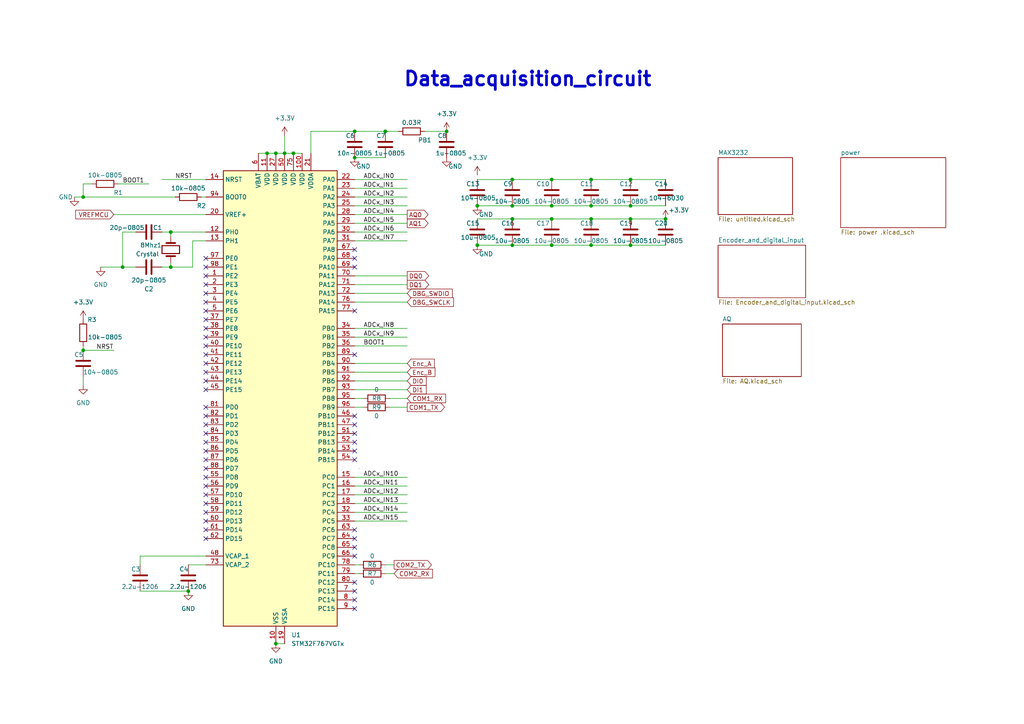
<source format=kicad_sch>
(kicad_sch (version 20230121) (generator eeschema)
  (paper "A4")
  (lib_symbols
    (symbol "Device:C" (pin_numbers hide) (pin_names (offset 0.254))
      (property "Reference" "C" (at 0.635 2.54 0))
      (property "Value" "C" (at 0.635 -2.54 0))
      (symbol "C_0_1"
        (polyline (pts (xy -2.032 -0.762) (xy 2.032 -0.762)) (stroke (width 0.508)))
        (polyline (pts (xy -2.032 0.762) (xy 2.032 0.762)) (stroke (width 0.508)))
      )
      (symbol "C_1_1"
        (pin passive line (at 0 3.81 270) (length 2.794) (name "~") (number "1"))
        (pin passive line (at 0 -3.81 90) (length 2.794) (name "~") (number "2"))
      )
    )
    (symbol "Device:Crystal" (pin_numbers hide) (pin_names (offset 1.016) hide)
      (property "Reference" "Y" (at 0 3.81 0))
      (property "Value" "Crystal" (at 0 -3.81 0))
      (symbol "Crystal_0_1"
        (rectangle (start -1.143 2.54) (end 1.143 -2.54) (stroke (width 0.3048)))
        (polyline (pts (xy -2.54 0) (xy -1.905 0)))
        (polyline (pts (xy -1.905 -1.27) (xy -1.905 1.27)) (stroke (width 0.508)))
        (polyline (pts (xy 1.905 -1.27) (xy 1.905 1.27)) (stroke (width 0.508)))
        (polyline (pts (xy 2.54 0) (xy 1.905 0)))
      )
      (symbol "Crystal_1_1"
        (pin passive line (at -3.81 0 0) (length 1.27) (name "1") (number "1"))
        (pin passive line (at 3.81 0 180) (length 1.27) (name "2") (number "2"))
      )
    )
    (symbol "Device:R" (pin_numbers hide) (pin_names (offset 0))
      (property "Reference" "R" (at 2.032 0 90))
      (property "Value" "R" (at 0 0 90))
      (symbol "R_0_1"
        (rectangle (start -1.016 -2.54) (end 1.016 2.54) (stroke (width 0.254)))
      )
      (symbol "R_1_1"
        (pin passive line (at 0 3.81 270) (length 1.27) (name "~") (number "1"))
        (pin passive line (at 0 -3.81 90) (length 1.27) (name "~") (number "2"))
      )
    )
    (symbol "MCU_ST_STM32F7:STM32F767VGTx"
      (property "Reference" "U" (at -15.24 67.31 0))
      (property "Value" "STM32F767VGTx" (at 12.7 67.31 0))
      (symbol "STM32F767VGTx_0_1"
        (rectangle (start -15.24 -66.04) (end 17.78 66.04) (stroke (width 0.254)) (fill (type background)))
      )
      (symbol "STM32F767VGTx_1_1"
        (pin bidirectional line (at -20.32 35.56 0) (length 5.08) (name "PE2") (number "1"))
        (pin power_in line (at 0 -71.12 90) (length 5.08) (name "VSS") (number "10"))
        (pin power_in line (at 7.62 71.12 270) (length 5.08) (name "VDD") (number "100"))
        (pin power_in line (at -2.54 71.12 270) (length 5.08) (name "VDD") (number "11"))
        (pin bidirectional line (at -20.32 48.26 0) (length 5.08) (name "PH0") (number "12"))
        (pin bidirectional line (at -20.32 45.72 0) (length 5.08) (name "PH1") (number "13"))
        (pin input line (at -20.32 63.5 0) (length 5.08) (name "NRST") (number "14"))
        (pin bidirectional line (at 22.86 -22.86 180) (length 5.08) (name "PC0") (number "15"))
        (pin bidirectional line (at 22.86 -25.4 180) (length 5.08) (name "PC1") (number "16"))
        (pin bidirectional line (at 22.86 -27.94 180) (length 5.08) (name "PC2") (number "17"))
        (pin bidirectional line (at 22.86 -30.48 180) (length 5.08) (name "PC3") (number "18"))
        (pin power_in line (at 2.54 -71.12 90) (length 5.08) (name "VSSA") (number "19"))
        (pin bidirectional line (at -20.32 33.02 0) (length 5.08) (name "PE3") (number "2"))
        (pin input line (at -20.32 53.34 0) (length 5.08) (name "VREF+") (number "20"))
        (pin power_in line (at 10.16 71.12 270) (length 5.08) (name "VDDA") (number "21"))
        (pin bidirectional line (at 22.86 63.5 180) (length 5.08) (name "PA0") (number "22"))
        (pin bidirectional line (at 22.86 60.96 180) (length 5.08) (name "PA1") (number "23"))
        (pin bidirectional line (at 22.86 58.42 180) (length 5.08) (name "PA2") (number "24"))
        (pin bidirectional line (at 22.86 55.88 180) (length 5.08) (name "PA3") (number "25"))
        (pin passive line (at 0 -71.12 90) (length 5.08) hide (name "VSS") (number "26"))
        (pin power_in line (at 0 71.12 270) (length 5.08) (name "VDD") (number "27"))
        (pin bidirectional line (at 22.86 53.34 180) (length 5.08) (name "PA4") (number "28"))
        (pin bidirectional line (at 22.86 50.8 180) (length 5.08) (name "PA5") (number "29"))
        (pin bidirectional line (at -20.32 30.48 0) (length 5.08) (name "PE4") (number "3"))
        (pin bidirectional line (at 22.86 48.26 180) (length 5.08) (name "PA6") (number "30"))
        (pin bidirectional line (at 22.86 45.72 180) (length 5.08) (name "PA7") (number "31"))
        (pin bidirectional line (at 22.86 -33.02 180) (length 5.08) (name "PC4") (number "32"))
        (pin bidirectional line (at 22.86 -35.56 180) (length 5.08) (name "PC5") (number "33"))
        (pin bidirectional line (at 22.86 20.32 180) (length 5.08) (name "PB0") (number "34"))
        (pin bidirectional line (at 22.86 17.78 180) (length 5.08) (name "PB1") (number "35"))
        (pin bidirectional line (at 22.86 15.24 180) (length 5.08) (name "PB2") (number "36"))
        (pin bidirectional line (at -20.32 22.86 0) (length 5.08) (name "PE7") (number "37"))
        (pin bidirectional line (at -20.32 20.32 0) (length 5.08) (name "PE8") (number "38"))
        (pin bidirectional line (at -20.32 17.78 0) (length 5.08) (name "PE9") (number "39"))
        (pin bidirectional line (at -20.32 27.94 0) (length 5.08) (name "PE5") (number "4"))
        (pin bidirectional line (at -20.32 15.24 0) (length 5.08) (name "PE10") (number "40"))
        (pin bidirectional line (at -20.32 12.7 0) (length 5.08) (name "PE11") (number "41"))
        (pin bidirectional line (at -20.32 10.16 0) (length 5.08) (name "PE12") (number "42"))
        (pin bidirectional line (at -20.32 7.62 0) (length 5.08) (name "PE13") (number "43"))
        (pin bidirectional line (at -20.32 5.08 0) (length 5.08) (name "PE14") (number "44"))
        (pin bidirectional line (at -20.32 2.54 0) (length 5.08) (name "PE15") (number "45"))
        (pin bidirectional line (at 22.86 -5.08 180) (length 5.08) (name "PB10") (number "46"))
        (pin bidirectional line (at 22.86 -7.62 180) (length 5.08) (name "PB11") (number "47"))
        (pin power_out line (at -20.32 -45.72 0) (length 5.08) (name "VCAP_1") (number "48"))
        (pin passive line (at 0 -71.12 90) (length 5.08) hide (name "VSS") (number "49"))
        (pin bidirectional line (at -20.32 25.4 0) (length 5.08) (name "PE6") (number "5"))
        (pin power_in line (at 2.54 71.12 270) (length 5.08) (name "VDD") (number "50"))
        (pin bidirectional line (at 22.86 -10.16 180) (length 5.08) (name "PB12") (number "51"))
        (pin bidirectional line (at 22.86 -12.7 180) (length 5.08) (name "PB13") (number "52"))
        (pin bidirectional line (at 22.86 -15.24 180) (length 5.08) (name "PB14") (number "53"))
        (pin bidirectional line (at 22.86 -17.78 180) (length 5.08) (name "PB15") (number "54"))
        (pin bidirectional line (at -20.32 -22.86 0) (length 5.08) (name "PD8") (number "55"))
        (pin bidirectional line (at -20.32 -25.4 0) (length 5.08) (name "PD9") (number "56"))
        (pin bidirectional line (at -20.32 -27.94 0) (length 5.08) (name "PD10") (number "57"))
        (pin bidirectional line (at -20.32 -30.48 0) (length 5.08) (name "PD11") (number "58"))
        (pin bidirectional line (at -20.32 -33.02 0) (length 5.08) (name "PD12") (number "59"))
        (pin power_in line (at -5.08 71.12 270) (length 5.08) (name "VBAT") (number "6"))
        (pin bidirectional line (at -20.32 -35.56 0) (length 5.08) (name "PD13") (number "60"))
        (pin bidirectional line (at -20.32 -38.1 0) (length 5.08) (name "PD14") (number "61"))
        (pin bidirectional line (at -20.32 -40.64 0) (length 5.08) (name "PD15") (number "62"))
        (pin bidirectional line (at 22.86 -38.1 180) (length 5.08) (name "PC6") (number "63"))
        (pin bidirectional line (at 22.86 -40.64 180) (length 5.08) (name "PC7") (number "64"))
        (pin bidirectional line (at 22.86 -43.18 180) (length 5.08) (name "PC8") (number "65"))
        (pin bidirectional line (at 22.86 -45.72 180) (length 5.08) (name "PC9") (number "66"))
        (pin bidirectional line (at 22.86 43.18 180) (length 5.08) (name "PA8") (number "67"))
        (pin bidirectional line (at 22.86 40.64 180) (length 5.08) (name "PA9") (number "68"))
        (pin bidirectional line (at 22.86 38.1 180) (length 5.08) (name "PA10") (number "69"))
        (pin bidirectional line (at 22.86 -55.88 180) (length 5.08) (name "PC13") (number "7"))
        (pin bidirectional line (at 22.86 35.56 180) (length 5.08) (name "PA11") (number "70"))
        (pin bidirectional line (at 22.86 33.02 180) (length 5.08) (name "PA12") (number "71"))
        (pin bidirectional line (at 22.86 30.48 180) (length 5.08) (name "PA13") (number "72"))
        (pin power_out line (at -20.32 -48.26 0) (length 5.08) (name "VCAP_2") (number "73"))
        (pin passive line (at 0 -71.12 90) (length 5.08) hide (name "VSS") (number "74"))
        (pin power_in line (at 5.08 71.12 270) (length 5.08) (name "VDD") (number "75"))
        (pin bidirectional line (at 22.86 27.94 180) (length 5.08) (name "PA14") (number "76"))
        (pin bidirectional line (at 22.86 25.4 180) (length 5.08) (name "PA15") (number "77"))
        (pin bidirectional line (at 22.86 -48.26 180) (length 5.08) (name "PC10") (number "78"))
        (pin bidirectional line (at 22.86 -50.8 180) (length 5.08) (name "PC11") (number "79"))
        (pin bidirectional line (at 22.86 -58.42 180) (length 5.08) (name "PC14") (number "8"))
        (pin bidirectional line (at 22.86 -53.34 180) (length 5.08) (name "PC12") (number "80"))
        (pin bidirectional line (at -20.32 -2.54 0) (length 5.08) (name "PD0") (number "81"))
        (pin bidirectional line (at -20.32 -5.08 0) (length 5.08) (name "PD1") (number "82"))
        (pin bidirectional line (at -20.32 -7.62 0) (length 5.08) (name "PD2") (number "83"))
        (pin bidirectional line (at -20.32 -10.16 0) (length 5.08) (name "PD3") (number "84"))
        (pin bidirectional line (at -20.32 -12.7 0) (length 5.08) (name "PD4") (number "85"))
        (pin bidirectional line (at -20.32 -15.24 0) (length 5.08) (name "PD5") (number "86"))
        (pin bidirectional line (at -20.32 -17.78 0) (length 5.08) (name "PD6") (number "87"))
        (pin bidirectional line (at -20.32 -20.32 0) (length 5.08) (name "PD7") (number "88"))
        (pin bidirectional line (at 22.86 12.7 180) (length 5.08) (name "PB3") (number "89"))
        (pin bidirectional line (at 22.86 -60.96 180) (length 5.08) (name "PC15") (number "9"))
        (pin bidirectional line (at 22.86 10.16 180) (length 5.08) (name "PB4") (number "90"))
        (pin bidirectional line (at 22.86 7.62 180) (length 5.08) (name "PB5") (number "91"))
        (pin bidirectional line (at 22.86 5.08 180) (length 5.08) (name "PB6") (number "92"))
        (pin bidirectional line (at 22.86 2.54 180) (length 5.08) (name "PB7") (number "93"))
        (pin input line (at -20.32 58.42 0) (length 5.08) (name "BOOT0") (number "94"))
        (pin bidirectional line (at 22.86 0 180) (length 5.08) (name "PB8") (number "95"))
        (pin bidirectional line (at 22.86 -2.54 180) (length 5.08) (name "PB9") (number "96"))
        (pin bidirectional line (at -20.32 40.64 0) (length 5.08) (name "PE0") (number "97"))
        (pin bidirectional line (at -20.32 38.1 0) (length 5.08) (name "PE1") (number "98"))
        (pin passive line (at 0 -71.12 90) (length 5.08) hide (name "VSS") (number "99"))
      )
    )
    (symbol "power:+3.3V" (power) (pin_names (offset 0))
      (property "Value" "+3.3V" (at 0 3.556 0))
      (symbol "+3.3V_0_1"
        (polyline (pts (xy -0.762 1.27) (xy 0 2.54)))
        (polyline (pts (xy 0 0) (xy 0 2.54)))
        (polyline (pts (xy 0 2.54) (xy 0.762 1.27)))
      )
      (symbol "+3.3V_1_1"
        (pin power_in line (at 0 0 90) (length 0) hide (name "+3.3V") (number "1"))
      )
    )
    (symbol "power:GND" (power) (pin_names (offset 0))
      (property "Value" "GND" (at 0 -3.81 0))
      (symbol "GND_0_1"
        (polyline (pts (xy 0 0) (xy 0 -1.27) (xy 1.27 -1.27) (xy 0 -2.54) (xy -1.27 -1.27) (xy 0 -1.27)))
      )
      (symbol "GND_1_1"
        (pin power_in line (at 0 0 270) (length 0) hide (name "GND") (number "1"))
      )
    )
  )
  (junction (at 35.56 77.47))
  (junction (at 111.76 38.1))
  (junction (at 182.88 59.69))
  (junction (at 148.59 59.69))
  (junction (at 182.88 63.5))
  (junction (at 148.59 63.5))
  (junction (at 82.55 44.45))
  (junction (at 77.47 44.45))
  (junction (at 182.88 52.07))
  (junction (at 148.59 71.12))
  (junction (at 102.87 38.1))
  (junction (at 80.01 186.69))
  (junction (at 171.45 71.12))
  (junction (at 54.61 171.45))
  (junction (at 138.43 59.69))
  (junction (at 138.43 71.12))
  (junction (at 160.02 71.12))
  (junction (at 49.53 67.31))
  (junction (at 160.02 59.69))
  (junction (at 193.04 63.5))
  (junction (at 171.45 52.07))
  (junction (at 24.13 57.15))
  (junction (at 24.13 101.6))
  (junction (at 129.54 38.1))
  (junction (at 171.45 63.5))
  (junction (at 102.87 45.72))
  (junction (at 85.09 44.45))
  (junction (at 160.02 52.07))
  (junction (at 160.02 63.5))
  (junction (at 148.59 52.07))
  (junction (at 171.45 59.69))
  (junction (at 182.88 71.12))
  (junction (at 49.53 77.47))
  (junction (at 80.01 44.45))
  (no_connect (at 59.69 123.19))
  (no_connect (at 102.87 77.47))
  (no_connect (at 59.69 133.35))
  (no_connect (at 102.87 171.45))
  (no_connect (at 102.87 72.39))
  (no_connect (at 59.69 153.67))
  (no_connect (at 59.69 80.01))
  (no_connect (at 59.69 92.71))
  (no_connect (at 59.69 151.13))
  (no_connect (at 102.87 168.91))
  (no_connect (at 102.87 161.29))
  (no_connect (at 59.69 87.63))
  (no_connect (at 59.69 143.51))
  (no_connect (at 102.87 130.81))
  (no_connect (at 59.69 110.49))
  (no_connect (at 102.87 90.17))
  (no_connect (at 59.69 118.11))
  (no_connect (at 59.69 148.59))
  (no_connect (at 102.87 176.53))
  (no_connect (at 102.87 125.73))
  (no_connect (at 59.69 74.93))
  (no_connect (at 102.87 173.99))
  (no_connect (at 59.69 146.05))
  (no_connect (at 59.69 120.65))
  (no_connect (at 59.69 138.43))
  (no_connect (at 59.69 130.81))
  (no_connect (at 59.69 97.79))
  (no_connect (at 59.69 113.03))
  (no_connect (at 102.87 128.27))
  (no_connect (at 59.69 100.33))
  (no_connect (at 59.69 140.97))
  (no_connect (at 59.69 125.73))
  (no_connect (at 59.69 77.47))
  (no_connect (at 102.87 158.75))
  (no_connect (at 59.69 107.95))
  (no_connect (at 59.69 128.27))
  (no_connect (at 102.87 123.19))
  (no_connect (at 59.69 105.41))
  (no_connect (at 59.69 85.09))
  (no_connect (at 59.69 156.21))
  (no_connect (at 102.87 102.87))
  (no_connect (at 59.69 82.55))
  (no_connect (at 102.87 74.93))
  (no_connect (at 59.69 90.17))
  (no_connect (at 102.87 120.65))
  (no_connect (at 102.87 156.21))
  (no_connect (at 59.69 135.89))
  (no_connect (at 102.87 133.35))
  (no_connect (at 102.87 153.67))
  (no_connect (at 59.69 95.25))
  (no_connect (at 59.69 102.87))
  (wire (pts (xy 80.01 186.69) (xy 82.55 186.69)))
  (wire (pts (xy 102.87 138.43) (xy 118.11 138.43)))
  (wire (pts (xy 182.88 59.69) (xy 193.04 59.69)))
  (wire (pts (xy 102.87 100.33) (xy 118.11 100.33)))
  (wire (pts (xy 33.02 62.23) (xy 59.69 62.23)))
  (wire (pts (xy 24.13 101.6) (xy 33.02 101.6)))
  (wire (pts (xy 46.99 67.31) (xy 49.53 67.31)))
  (wire (pts (xy 24.13 111.76) (xy 24.13 109.22)))
  (wire (pts (xy 90.17 38.1) (xy 102.87 38.1)))
  (wire (pts (xy 102.87 54.61) (xy 118.11 54.61)))
  (wire (pts (xy 21.59 57.15) (xy 24.13 57.15)))
  (wire (pts (xy 148.59 52.07) (xy 160.02 52.07)))
  (wire (pts (xy 102.87 97.79) (xy 118.11 97.79)))
  (wire (pts (xy 102.87 146.05) (xy 118.11 146.05)))
  (wire (pts (xy 160.02 52.07) (xy 171.45 52.07)))
  (wire (pts (xy 35.56 67.31) (xy 35.56 77.47)))
  (wire (pts (xy 111.76 163.83) (xy 114.3 163.83)))
  (wire (pts (xy 102.87 87.63) (xy 118.11 87.63)))
  (wire (pts (xy 54.61 171.45) (xy 54.61 172.72)))
  (wire (pts (xy 102.87 85.09) (xy 118.11 85.09)))
  (wire (pts (xy 80.01 44.45) (xy 82.55 44.45)))
  (wire (pts (xy 49.53 76.2) (xy 49.53 77.47)))
  (wire (pts (xy 138.43 63.5) (xy 148.59 63.5)))
  (wire (pts (xy 111.76 38.1) (xy 115.57 38.1)))
  (wire (pts (xy 40.64 161.29) (xy 40.64 163.83)))
  (wire (pts (xy 102.87 57.15) (xy 118.11 57.15)))
  (wire (pts (xy 49.53 67.31) (xy 59.69 67.31)))
  (wire (pts (xy 102.87 82.55) (xy 118.11 82.55)))
  (wire (pts (xy 77.47 44.45) (xy 80.01 44.45)))
  (wire (pts (xy 102.87 107.95) (xy 118.11 107.95)))
  (wire (pts (xy 182.88 63.5) (xy 193.04 63.5)))
  (wire (pts (xy 39.37 67.31) (xy 35.56 67.31)))
  (wire (pts (xy 24.13 100.33) (xy 24.13 101.6)))
  (wire (pts (xy 102.87 62.23) (xy 118.11 62.23)))
  (wire (pts (xy 55.88 69.85) (xy 55.88 77.47)))
  (wire (pts (xy 46.99 77.47) (xy 49.53 77.47)))
  (wire (pts (xy 160.02 71.12) (xy 171.45 71.12)))
  (wire (pts (xy 29.21 77.47) (xy 35.56 77.47)))
  (wire (pts (xy 113.03 115.57) (xy 118.11 115.57)))
  (wire (pts (xy 102.87 143.51) (xy 118.11 143.51)))
  (wire (pts (xy 34.29 53.34) (xy 43.18 53.34)))
  (wire (pts (xy 102.87 151.13) (xy 118.11 151.13)))
  (wire (pts (xy 54.61 163.83) (xy 59.69 163.83)))
  (wire (pts (xy 138.43 52.07) (xy 148.59 52.07)))
  (wire (pts (xy 171.45 71.12) (xy 182.88 71.12)))
  (wire (pts (xy 24.13 53.34) (xy 26.67 53.34)))
  (wire (pts (xy 102.87 166.37) (xy 104.14 166.37)))
  (wire (pts (xy 148.59 59.69) (xy 160.02 59.69)))
  (wire (pts (xy 171.45 52.07) (xy 182.88 52.07)))
  (wire (pts (xy 85.09 44.45) (xy 87.63 44.45)))
  (wire (pts (xy 82.55 44.45) (xy 85.09 44.45)))
  (wire (pts (xy 102.87 163.83) (xy 104.14 163.83)))
  (wire (pts (xy 49.53 67.31) (xy 49.53 68.58)))
  (wire (pts (xy 102.87 115.57) (xy 105.41 115.57)))
  (wire (pts (xy 148.59 71.12) (xy 160.02 71.12)))
  (wire (pts (xy 148.59 63.5) (xy 160.02 63.5)))
  (wire (pts (xy 111.76 166.37) (xy 114.3 166.37)))
  (wire (pts (xy 102.87 67.31) (xy 118.11 67.31)))
  (wire (pts (xy 102.87 140.97) (xy 118.11 140.97)))
  (wire (pts (xy 90.17 44.45) (xy 90.17 38.1)))
  (wire (pts (xy 182.88 71.12) (xy 193.04 71.12)))
  (wire (pts (xy 40.64 171.45) (xy 54.61 171.45)))
  (wire (pts (xy 82.55 39.37) (xy 82.55 44.45)))
  (wire (pts (xy 102.87 113.03) (xy 118.11 113.03)))
  (wire (pts (xy 55.88 69.85) (xy 59.69 69.85)))
  (wire (pts (xy 102.87 80.01) (xy 118.11 80.01)))
  (wire (pts (xy 160.02 59.69) (xy 171.45 59.69)))
  (wire (pts (xy 50.8 57.15) (xy 24.13 57.15)))
  (wire (pts (xy 58.42 57.15) (xy 59.69 57.15)))
  (wire (pts (xy 160.02 63.5) (xy 171.45 63.5)))
  (wire (pts (xy 102.87 52.07) (xy 118.11 52.07)))
  (wire (pts (xy 102.87 148.59) (xy 118.11 148.59)))
  (wire (pts (xy 113.03 118.11) (xy 118.11 118.11)))
  (wire (pts (xy 102.87 95.25) (xy 118.11 95.25)))
  (wire (pts (xy 138.43 59.69) (xy 148.59 59.69)))
  (wire (pts (xy 102.87 105.41) (xy 118.11 105.41)))
  (wire (pts (xy 24.13 53.34) (xy 24.13 57.15)))
  (wire (pts (xy 102.87 110.49) (xy 118.11 110.49)))
  (wire (pts (xy 102.87 64.77) (xy 118.11 64.77)))
  (wire (pts (xy 171.45 63.5) (xy 182.88 63.5)))
  (wire (pts (xy 123.19 38.1) (xy 129.54 38.1)))
  (wire (pts (xy 46.99 52.07) (xy 59.69 52.07)))
  (wire (pts (xy 59.69 161.29) (xy 40.64 161.29)))
  (wire (pts (xy 74.93 44.45) (xy 77.47 44.45)))
  (wire (pts (xy 102.87 45.72) (xy 111.76 45.72)))
  (wire (pts (xy 138.43 71.12) (xy 148.59 71.12)))
  (wire (pts (xy 49.53 77.47) (xy 55.88 77.47)))
  (wire (pts (xy 171.45 59.69) (xy 182.88 59.69)))
  (wire (pts (xy 102.87 59.69) (xy 118.11 59.69)))
  (wire (pts (xy 182.88 52.07) (xy 193.04 52.07)))
  (wire (pts (xy 102.87 69.85) (xy 118.11 69.85)))
  (wire (pts (xy 102.87 38.1) (xy 111.76 38.1)))
  (wire (pts (xy 102.87 118.11) (xy 105.41 118.11)))
  (wire (pts (xy 35.56 77.47) (xy 39.37 77.47)))
  (rectangle (start 104.14 135.89) (end 104.14 135.89))
  (text "Data_acquisition_circuit" (at 116.84 25.4 0) (effects (font (size 4 4) (thickness 0.8) bold) (justify left bottom)))
  (label "ADCx_IN2" (at 105.41 57.15 0))
  (label "ADCx_IN4" (at 105.41 62.23 0))
  (label "ADCx_IN11" (at 105.41 140.97 0))
  (label "ADCx_IN3" (at 105.41 59.69 0))
  (label "ADCx_IN15" (at 105.41 151.13 0))
  (label "ADCx_IN5" (at 105.41 64.77 0))
  (label "NRST" (at 50.8 52.07 0))
  (label "ADCx_IN1" (at 105.41 54.61 0))
  (label "ADCx_IN7" (at 105.41 69.85 0))
  (label "ADCx_IN0" (at 105.41 52.07 0))
  (label "BOOT1" (at 35.56 53.34 0))
  (label "ADCx_IN6" (at 105.41 67.31 0))
  (label "ADCx_IN8" (at 105.41 95.25 0))
  (label "ADCx_IN13" (at 105.41 146.05 0))
  (label "ADCx_IN10" (at 105.41 138.43 0))
  (label "BOOT1" (at 105.41 100.33 0))
  (label "ADCx_IN14" (at 105.41 148.59 0))
  (label "NRST" (at 27.94 101.6 0))
  (label "ADCx_IN9" (at 105.41 97.79 0))
  (label "ADCx_IN12" (at 105.41 143.51 0))
  (global_label "DBG_SWDIO" (shape input) (at 118.11 85.09 0) (property "Intersheetrefs" "${INTERSHEET_REFS}" (effects hide)))
  (global_label "DBG_SWCLK" (shape input) (at 118.11 87.63 0) (property "Intersheetrefs" "${INTERSHEET_REFS}" (effects hide)))
  (global_label "DQ1" (shape output) (at 118.11 82.55 0) (property "Intersheetrefs" "${INTERSHEET_REFS}" (effects hide)))
  (global_label "DI0" (shape input) (at 118.11 110.49 0) (property "Intersheetrefs" "${INTERSHEET_REFS}" (effects hide)))
  (global_label "Enc_B" (shape input) (at 118.11 107.95 0) (property "Intersheetrefs" "${INTERSHEET_REFS}" (effects hide)))
  (global_label "AQ1" (shape output) (at 118.11 64.77 0) (property "Intersheetrefs" "${INTERSHEET_REFS}" (effects hide)))
  (global_label "DI1" (shape input) (at 118.11 113.03 0) (property "Intersheetrefs" "${INTERSHEET_REFS}" (effects hide)))
  (global_label "AQ0" (shape output) (at 118.11 62.23 0) (property "Intersheetrefs" "${INTERSHEET_REFS}" (effects hide)))
  (global_label "Enc_A" (shape input) (at 118.11 105.41 0) (property "Intersheetrefs" "${INTERSHEET_REFS}" (effects hide)))
  (global_label "COM1_RX" (shape input) (at 118.11 115.57 0) (property "Intersheetrefs" "${INTERSHEET_REFS}" (effects hide)))
  (global_label "COM1_TX" (shape output) (at 118.11 118.11 0) (property "Intersheetrefs" "${INTERSHEET_REFS}" (effects hide)))
  (global_label "VREFMCU" (shape input) (at 33.02 62.23 180) (property "Intersheetrefs" "${INTERSHEET_REFS}" (effects hide)))
  (global_label "COM2_RX" (shape input) (at 114.3 166.37 0) (property "Intersheetrefs" "${INTERSHEET_REFS}" (effects hide)))
  (global_label "COM2_TX" (shape output) (at 114.3 163.83 0) (property "Intersheetrefs" "${INTERSHEET_REFS}" (effects hide)))
  (global_label "DQ0" (shape output) (at 118.11 80.01 0) (property "Intersheetrefs" "${INTERSHEET_REFS}" (effects hide)))
  (symbol (lib_id "power:GND") (at 80.01 186.69 0) (unit 1)
    (property "Reference" "#PWR05" (effects hide))
    (property "Value" "GND" (at 80.01 191.77 0))
  )
  (symbol (lib_id "Device:C") (at 171.45 67.31 180) (unit 1)
    (property "Reference" "C18" (at 170.18 64.77 0))
    (property "Value" "10u-0805" (at 171.45 69.85 0))
  )
  (symbol (lib_id "power:GND") (at 29.21 77.47 0) (unit 1)
    (property "Reference" "#PWR03" (effects hide))
    (property "Value" "GND" (at 29.21 82.55 0))
  )
  (symbol (lib_id "Device:C") (at 40.64 167.64 180) (unit 1)
    (property "Reference" "C3" (at 39.37 165.1 0))
    (property "Value" "2.2u-1206" (at 40.64 170.18 0))
  )
  (symbol (lib_id "Device:R") (at 107.95 163.83 90) (unit 1)
    (property "Reference" "R6" (at 107.95 163.83 90))
    (property "Value" "0" (at 107.95 161.29 90))
  )
  (symbol (lib_id "Device:C") (at 160.02 67.31 180) (unit 1)
    (property "Reference" "C17" (at 157.48 64.77 0))
    (property "Value" "10u-0805" (at 160.02 69.85 0))
  )
  (symbol (lib_id "power:GND") (at 54.61 171.45 0) (unit 1)
    (property "Reference" "#PWR04" (effects hide))
    (property "Value" "GND" (at 54.61 176.53 0))
  )
  (symbol (lib_id "Device:C") (at 160.02 55.88 180) (unit 1)
    (property "Reference" "C10" (at 157.48 53.34 0))
    (property "Value" "104-0805" (at 160.02 58.42 0))
  )
  (symbol (lib_id "Device:C") (at 43.18 67.31 90) (unit 1)
    (property "Reference" "C1" (at 45.72 66.04 90))
    (property "Value" "20p-0805" (at 36.83 66.04 90))
  )
  (symbol (lib_id "power:+3.3V") (at 82.55 39.37 0) (unit 1)
    (property "Reference" "#PWR01" (effects hide))
    (property "Value" "+3.3V" (at 82.55 34.29 0))
  )
  (symbol (lib_id "Device:C") (at 171.45 55.88 180) (unit 1)
    (property "Reference" "C11" (at 170.18 53.34 0))
    (property "Value" "104-0805" (at 171.45 58.42 0))
  )
  (symbol (lib_id "Device:R") (at 54.61 57.15 90) (unit 1)
    (property "Reference" "R2" (at 58.42 59.69 90))
    (property "Value" "10k-0805" (at 54.61 54.61 90))
  )
  (symbol (lib_id "power:+3.3V") (at 24.13 92.71 0) (unit 1)
    (property "Reference" "#PWR07" (effects hide))
    (property "Value" "+3.3V" (at 24.13 87.63 0))
  )
  (symbol (lib_id "MCU_ST_STM32F7:STM32F767VGTx") (at 80.01 115.57 0) (unit 1)
    (property "Reference" "U1" (at 84.5059 184.15 0) (effects (justify left)))
    (property "Value" "STM32F767VGTx" (at 84.5059 186.69 0) (effects (justify left)))
    (property "Footprint" "Package_QFP:LQFP-100_14x14mm_P0.5mm" (effects hide))
    (property "Datasheet" "https://www.st.com/resource/en/datasheet/stm32f767vg.pdf" (effects hide))
  )
  (symbol (lib_id "Device:C") (at 193.04 55.88 180) (unit 1)
    (property "Reference" "C14" (at 191.77 53.34 0))
    (property "Value" "104-6030" (at 193.3 57.453 0))
  )
  (symbol (lib_id "power:GND") (at 102.87 45.72 0) (unit 1)
    (property "Reference" "#PWR08" (effects hide))
    (property "Value" "GND" (at 105.41 48.26 0))
  )
  (symbol (lib_id "Device:R") (at 107.95 166.37 90) (unit 1)
    (property "Reference" "R7" (at 107.95 166.37 90))
    (property "Value" "0" (at 107.95 168.91 90))
  )
  (symbol (lib_id "Device:C") (at 148.59 55.88 180) (unit 1)
    (property "Reference" "C9" (at 147.32 53.34 0))
    (property "Value" "104-0805" (at 148.59 58.42 0))
  )
  (symbol (lib_id "Device:C") (at 138.43 67.31 180) (unit 1)
    (property "Reference" "C15" (at 137.16 64.77 0))
    (property "Value" "10u-0805" (at 138.69 68.883 0))
  )
  (symbol (lib_id "Device:R") (at 119.38 38.1 90) (unit 1)
    (property "Reference" "PB1" (at 123.19 40.64 90))
    (property "Value" "0.03R" (at 119.38 35.56 90))
  )
  (symbol (lib_id "power:GND") (at 24.13 111.76 0) (unit 1)
    (property "Reference" "#PWR06" (effects hide))
    (property "Value" "GND" (at 24.13 116.84 0))
  )
  (symbol (lib_id "power:+3.3V") (at 129.54 38.1 0) (unit 1)
    (property "Reference" "#PWR010" (effects hide))
    (property "Value" "+3.3V" (at 129.54 33.02 0))
  )
  (symbol (lib_id "Device:R") (at 24.13 96.52 0) (unit 1)
    (property "Reference" "R3" (at 26.67 92.71 0))
    (property "Value" "10k-0805" (at 30.48 97.79 0))
  )
  (symbol (lib_id "Device:C") (at 138.43 55.88 180) (unit 1)
    (property "Reference" "C13" (at 137.16 53.34 0))
    (property "Value" "104-0805" (at 138.69 57.453 0))
  )
  (symbol (lib_id "power:GND") (at 138.43 71.12 0) (unit 1)
    (property "Reference" "#PWR014" (effects hide))
    (property "Value" "GND" (at 140.97 73.66 0))
  )
  (symbol (lib_id "Device:C") (at 182.88 67.31 180) (unit 1)
    (property "Reference" "C19" (at 181.61 64.77 0))
    (property "Value" "10u-0805" (at 182.88 69.85 0))
  )
  (symbol (lib_id "Device:C") (at 148.59 67.31 180) (unit 1)
    (property "Reference" "C16" (at 147.32 64.77 0))
    (property "Value" "10u-0805" (at 148.59 69.85 0))
  )
  (symbol (lib_id "power:+3.3V") (at 193.04 63.5 0) (unit 1)
    (property "Reference" "#PWR012" (effects hide))
    (property "Value" "+3.3V" (at 196.85 60.96 0))
  )
  (symbol (lib_id "power:+3.3V") (at 138.43 50.8 0) (unit 1)
    (property "Reference" "#PWR011" (effects hide))
    (property "Value" "+3.3V" (at 138.43 45.72 0))
  )
  (symbol (lib_id "Device:C") (at 54.61 167.64 180) (unit 1)
    (property "Reference" "C4" (at 53.34 165.1 0))
    (property "Value" "2.2u-1206" (at 54.61 170.18 0))
  )
  (symbol (lib_id "Device:R") (at 109.22 118.11 90) (unit 1)
    (property "Reference" "R9" (at 109.22 118.11 90))
    (property "Value" "0" (at 109.22 120.65 90))
  )
  (symbol (lib_id "power:GND") (at 138.43 59.69 0) (unit 1)
    (property "Reference" "#PWR013" (effects hide))
    (property "Value" "GND" (at 140.97 62.23 0))
  )
  (symbol (lib_id "Device:C") (at 43.18 77.47 90) (unit 1)
    (property "Reference" "C2" (at 43.18 83.82 90))
    (property "Value" "20p-0805" (at 43.18 81.28 90))
  )
  (symbol (lib_id "Device:R") (at 109.22 115.57 90) (unit 1)
    (property "Reference" "R8" (at 109.22 115.57 90))
    (property "Value" "0" (at 109.22 113.03 90))
  )
  (symbol (lib_id "Device:C") (at 193.04 67.31 180) (unit 1)
    (property "Reference" "C20" (at 191.77 64.77 0))
    (property "Value" "10u-0805" (at 193.04 69.85 0))
  )
  (symbol (lib_id "Device:C") (at 102.87 41.91 180) (unit 1)
    (property "Reference" "C6" (at 101.6 39.37 0))
    (property "Value" "10n-0805" (at 102.87 44.45 0))
  )
  (symbol (lib_id "Device:R") (at 30.48 53.34 90) (unit 1)
    (property "Reference" "R1" (at 34.29 55.88 90))
    (property "Value" "10k-0805" (at 30.48 50.8 90))
  )
  (symbol (lib_id "Device:C") (at 129.54 41.91 180) (unit 1)
    (property "Reference" "C8" (at 128.27 39.37 0))
    (property "Value" "1u-0805" (at 130.81 44.45 0))
  )
  (symbol (lib_id "Device:C") (at 182.88 55.88 180) (unit 1)
    (property "Reference" "C12" (at 181.61 53.34 0))
    (property "Value" "104-0805" (at 182.88 58.42 0))
  )
  (symbol (lib_id "Device:C") (at 111.76 41.91 180) (unit 1)
    (property "Reference" "C7" (at 110.49 39.37 0))
    (property "Value" "1u-0805" (at 113.03 44.45 0))
  )
  (symbol (lib_id "power:GND") (at 21.59 57.15 0) (unit 1)
    (property "Reference" "#PWR02" (effects hide))
    (property "Value" "GND" (at 19.05 57.15 0))
  )
  (symbol (lib_id "Device:C") (at 24.13 105.41 180) (unit 1)
    (property "Reference" "C5" (at 22.86 102.87 0))
    (property "Value" "104-0805" (at 29.21 107.95 0))
  )
  (symbol (lib_id "Device:Crystal") (at 49.53 72.39 90) (unit 1)
    (property "Reference" "8Mhz1" (at 40.64 71.12 90) (effects (justify right)))
    (property "Value" "Crystal" (at 39.37 73.66 90) (effects (justify right)))
  )
  (symbol (lib_id "power:GND") (at 129.54 45.72 0) (unit 1)
    (property "Reference" "#PWR09" (effects hide))
    (property "Value" "GND" (at 132.08 48.26 0))
  )
  (sheet (at 208.28 45.72) (size 21.59 16.51) (stroke (width 0.1524))
    (property "Sheetname" "MAX3232" (at 208.28 45.0084 0) (effects (justify left bottom)))
    (property "Sheetfile" "untitled.kicad_sch" (at 208.28 62.8146 0) (effects (justify left top)))
  )
  (sheet (at 243.84 45.72) (size 30.48 20.32) (stroke (width 0.1524))
    (property "Sheetname" "power " (at 243.84 45.0084 0) (effects (justify left bottom)))
    (property "Sheetfile" "power .kicad_sch" (at 243.84 66.6246 0) (effects (justify left top)))
  )
  (sheet (at 209.55 93.98) (size 22.86 15.24) (stroke (width 0.1524))
    (property "Sheetname" "AQ" (at 209.55 93.2684 0) (effects (justify left bottom)))
    (property "Sheetfile" "AQ.kicad_sch" (at 209.55 109.8046 0) (effects (justify left top)))
  )
  (sheet (at 208.28 71.12) (size 25.4 15.24) (stroke (width 0.1524))
    (property "Sheetname" "Encoder_and_digital_input" (at 208.28 70.4084 0) (effects (justify left bottom)))
    (property "Sheetfile" "Encoder_and_digital_input.kicad_sch" (at 208.28 86.9446 0) (effects (justify left top)))
  )
)
</source>
